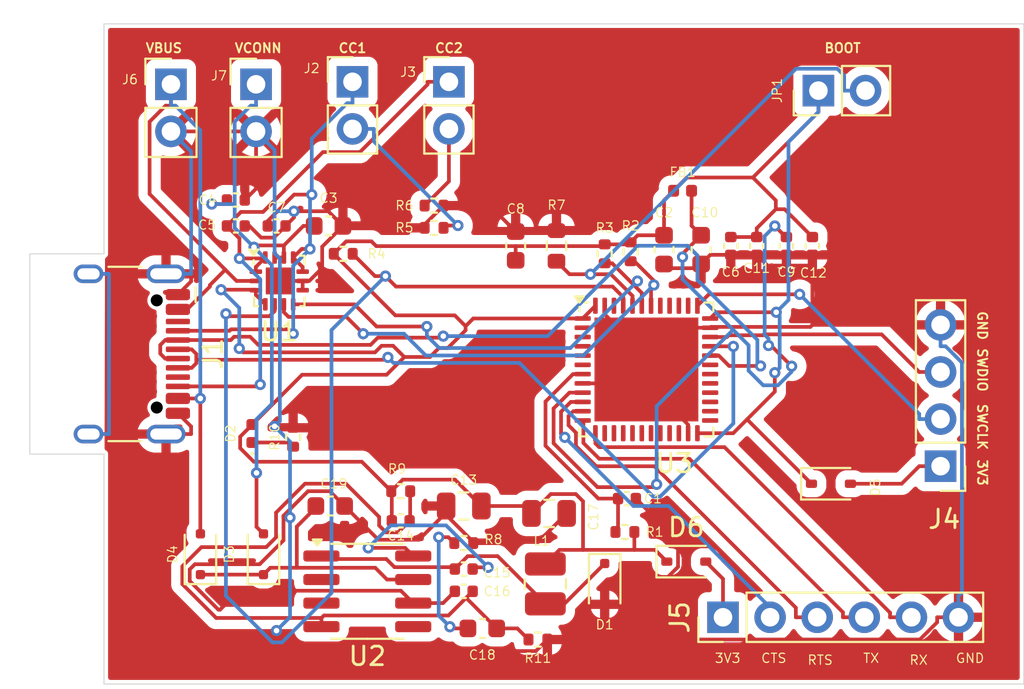
<source format=kicad_pcb>
(kicad_pcb (version 20241229) (generator "pcbnew") (generator_version "9.0")
  (layers (0 "F.Cu" signal) (2 "B.Cu" signal) (13 "F.Paste" user) (15 "B.Paste" user) (5 "F.SilkS" user "F.Silkscreen") (7 "B.SilkS" user "B.Silkscreen") (1 "F.Mask" user) (3 "B.Mask" user) (25 "Edge.Cuts" user))
  (net 0 "")
  (net 1 "GND")
  (net 2 "/VBUS")
  (net 3 "+3.3V")
  (net 4 "/NRST")
  (net 5 "Net-(U3-VDDA)")
  (net 6 "Net-(D1-K)")
  (net 7 "Net-(C18-Pad2)")
  (net 8 "Net-(D3-K)")
  (net 10 "Net-(J2-Pin_2)")
  (net 11 "Net-(J3-Pin_2)")
  (net 12 "/UART_RX")
  (net 13 "/UART_RTS")
  (net 14 "/UART_TX")
  (net 15 "/UART_CTS")
  (net 16 "/SWCLK")
  (net 17 "/SWDIO")
  (net 18 "/BOOT")
  (net 19 "/USB_DN")
  (net 20 "/USB_DP")
  (net 21 "/CC1")
  (net 22 "/CC2")
  (net 23 "/INT_N")
  (net 24 "/I2C_SDA")
  (net 25 "/I2C_SCL")
  (net 26 "/VCONN")
  (net 53 "Net-(D2-K)")
  (net 54 "Net-(D5-A)")
  (net 55 "Net-(U2-VSNS)")
  (net 56 "Net-(U2-PH)")
  (net 61 "Net-(D6-A)")
  (footprint "Connector_PinHeader_2.54mm:PinHeader_1x02_P2.54mm_Vertical" (layer "F.Cu") (at 117.8 77.26)
    (property "Reference" "J7")
    (property "Value" "VCONN_JP")
  )
  (footprint "Capacitor_SMD:C_0805_2012Metric" (layer "F.Cu") (at 129 100 180)
    (property "Reference" "C13")
    (property "Value" "47uF")
  )
  (footprint "Capacitor_SMD:C_0402_1005Metric" (layer "F.Cu") (at 125.6 100.8 180)
    (property "Reference" "C14")
    (property "Value" "1800pF")
  )
  (footprint "Resistor_SMD:R_0402_1005Metric" (layer "F.Cu") (at 127.4 85)
    (property "Reference" "R5")
    (property "Value" "5.1k")
  )
  (footprint "Resistor_SMD:R_0402_1005Metric" (layer "F.Cu") (at 129 102)
    (property "Reference" "R8")
    (property "Value" "549R")
  )
  (footprint "Capacitor_SMD:C_0603_1608Metric" (layer "F.Cu") (at 139.8 86.175 -90)
    (property "Reference" "C2")
    (property "Value" "4.7uF")
  )
  (footprint "Capacitor_SMD:C_0603_1608Metric" (layer "F.Cu") (at 131.8 85.975 90)
    (property "Reference" "C8")
    (property "Value" "4.7uF")
  )
  (footprint "Capacitor_SMD:C_0402_1005Metric" (layer "F.Cu") (at 146.4 85.975 -90)
    (property "Reference" "C9")
    (property "Value" "10nF")
  )
  (footprint "Capacitor_SMD:C_0805_2012Metric" (layer "F.Cu") (at 133.6 100.4)
    (property "Reference" "C17")
    (property "Value" "47uF")
  )
  (footprint "Package_DFN_QFN:QFN-48-1EP_7x7mm_P0.5mm_EP5.6x5.6mm" (layer "F.Cu") (at 138.85 92.6375)
    (property "Reference" "U3")
    (property "Value" "STM32F072CBUx")
  )
  (footprint "Resistor_SMD:R_0402_1005Metric" (layer "F.Cu") (at 125.6 99.2 180)
    (property "Reference" "R9")
    (property "Value" "10k")
  )
  (footprint "Inductor_SMD:L_1008_2520Metric" (layer "F.Cu") (at 133.4 104.2 90)
    (property "Reference" "L1")
    (property "Value" "18uH")
  )
  (footprint "Capacitor_SMD:C_0603_1608Metric" (layer "F.Cu") (at 121.71 84.8975)
    (property "Reference" "C3")
    (property "Value" "10uF")
  )
  (footprint "Diode_SMD:D_SOD-323" (layer "F.Cu") (at 148.8 98.8)
    (property "Reference" "D5")
    (property "Value" "1N5819WS")
  )
  (footprint "Connector_PinHeader_2.54mm:PinHeader_1x04_P2.54mm_Vertical" (layer "F.Cu") (at 154.7125 97.8525 180)
    (property "Reference" "J4")
    (property "Value" "Debug Port")
  )
  (footprint "Connector_PinHeader_2.54mm:PinHeader_1x02_P2.54mm_Vertical" (layer "F.Cu") (at 123 77.125)
    (property "Reference" "J2")
    (property "Value" "Dead_Battery_CC1")
  )
  (footprint "Resistor_SMD:R_0603_1608Metric" (layer "F.Cu") (at 134 85.975 -90)
    (property "Reference" "R7")
    (property "Value" "100k")
  )
  (footprint "Resistor_SMD:R_0402_1005Metric" (layer "F.Cu") (at 122.5 86.4 180)
    (property "Reference" "R4")
    (property "Value" "4.7k")
  )
  (footprint "Capacitor_SMD:C_0402_1005Metric" (layer "F.Cu") (at 129 103.4 180)
    (property "Reference" "C15")
    (property "Value" "0.01uF")
  )
  (footprint "Package_DFN_QFN:WQFN-14-1EP_2.5x2.5mm_P0.5mm_EP1.45x1.45mm" (layer "F.Cu") (at 119.05 87.8625)
    (property "Reference" "U1")
    (property "Value" "FUSB302BMPX")
  )
  (footprint "Resistor_SMD:R_0402_1005Metric" (layer "F.Cu") (at 133 107.2)
    (property "Reference" "R11")
    (property "Value" "5.9k")
  )
  (footprint "Resistor_SMD:R_0402_1005Metric" (layer "F.Cu") (at 137.69 101.4 180)
    (property "Reference" "R1")
    (property "Value" "10k")
  )
  (footprint "Inductor_SMD:L_0402_1005Metric" (layer "F.Cu") (at 140.8 83)
    (property "Reference" "FB1")
    (property "Value" "600R")
  )
  (footprint "Connector_PinHeader_2.54mm:PinHeader_1x02_P2.54mm_Vertical" (layer "F.Cu") (at 148.125 77.6 90)
    (property "Reference" "JP1")
    (property "Value" "Boot_Jumper")
  )
  (footprint "Capacitor_SMD:C_0402_1005Metric" (layer "F.Cu") (at 137.8 99.6)
    (property "Reference" "C1")
    (property "Value" "10nF")
  )
  (footprint "Capacitor_SMD:C_0402_1005Metric" (layer "F.Cu") (at 129 104.6 180)
    (property "Reference" "C16")
    (property "Value" "150pF")
  )
  (footprint "Capacitor_SMD:C_0603_1608Metric" (layer "F.Cu") (at 130 106.6 180)
    (property "Reference" "C18")
    (property "Value" "0.1uF")
  )
  (footprint "Package_SO:SOIC-8_3.9x4.9mm_P1.27mm" (layer "F.Cu") (at 123.8 104.6)
    (property "Reference" "U2")
    (property "Value" "TPS5420D")
  )
  (footprint "Resistor_SMD:R_0402_1005Metric" (layer "F.Cu") (at 136.6 86.4 -90)
    (property "Reference" "R3")
    (property "Value" "4.7k")
  )
  (footprint "Capacitor_SMD:C_0603_1608Metric" (layer "F.Cu") (at 121.8 100)
    (property "Reference" "C19")
    (property "Value" "4.7uF")
  )
  (footprint "Capacitor_SMD:C_0603_1608Metric" (layer "F.Cu") (at 141.8 86.175 -90)
    (property "Reference" "C10")
    (property "Value" "1uF")
  )
  (footprint "Diode_SMD:D_SOD-323F" (layer "F.Cu") (at 136.6 104.2 -90)
    (property "Reference" "D1")
    (property "Value" "BAT54J")
  )
  (footprint "LED_SMD:LED_0402_1005Metric" (layer "F.Cu") (at 117.6 96.09 90)
    (property "Reference" "D2")
    (property "Value" "PWR_LED")
  )
  (footprint "Capacitor_SMD:C_0402_1005Metric" (layer "F.Cu") (at 144.8 85.975 -90)
    (property "Reference" "C11")
    (property "Value" "100nF")
  )
  (footprint "Resistor_SMD:R_0402_1005Metric" (layer "F.Cu") (at 138 86.29 -90)
    (property "Reference" "R2")
    (property "Value" "4.7k")
  )
  (footprint "Connector_PinHeader_2.54mm:PinHeader_1x02_P2.54mm_Vertical" (layer "F.Cu") (at 128.2 77.125)
    (property "Reference" "J3")
    (property "Value" "Dead_Battery_CC2")
  )
  (footprint "Capacitor_SMD:C_0402_1005Metric" (layer "F.Cu") (at 116.71 83.4975)
    (property "Reference" "C4")
    (property "Value" "0.1uF")
  )
  (footprint "Diode_SMD:D_SOD-323F" (layer "F.Cu") (at 118.2 102.6 90)
    (property "Reference" "D3")
    (property "Value" "BAT54J")
  )
  (footprint "Resistor_SMD:R_0402_1005Metric" (layer "F.Cu") (at 119.8 96.29 90)
    (property "Reference" "R10")
    (property "Value" "1k")
  )
  (footprint "Capacitor_SMD:C_0402_1005Metric" (layer "F.Cu") (at 147.8 85.975 -90)
    (property "Reference" "C12")
    (property "Value" "100nF")
  )
  (footprint "Resistor_SMD:R_0402_1005Metric" (layer "F.Cu") (at 127.4 83.8)
    (property "Reference" "R6")
    (property "Value" "5.1k")
  )
  (footprint "Connector_PinHeader_2.54mm:PinHeader_1x02_P2.54mm_Vertical" (layer "F.Cu") (at 113.21 77.26)
    (property "Reference" "J6")
    (property "Value" "VBUS_JP")
  )
  (footprint "Diode_SMD:D_SOD-323F" (layer "F.Cu") (at 114.8 102.6 90)
    (property "Reference" "D4")
    (property "Value" "BAT54J")
  )
  (footprint "Capacitor_SMD:C_0402_1005Metric" (layer "F.Cu") (at 116.71 84.8975)
    (property "Reference" "C5")
    (property "Value" "200pF")
  )
  (footprint "Capacitor_SMD:C_0402_1005Metric" (layer "F.Cu") (at 143.4 85.975 -90)
    (property "Reference" "C6")
    (property "Value" "100nF")
  )
  (footprint "Connector_PinHeader_2.54mm:PinHeader_1x06_P2.54mm_Vertical" (layer "F.Cu") (at 142.98 106 90)
    (property "Reference" "J5")
    (property "Value" "UART_Port")
  )
  (footprint "Capacitor_SMD:C_0402_1005Metric" (layer "F.Cu") (at 118.91 84.8975)
    (property "Reference" "C7")
    (property "Value" "200pF")
  )
  (footprint "Connector_USB:USB_C_Receptacle_HCTL_HC-TYPE-C-16P-01A" (layer "F.Cu") (at 109.84 91.8 -90)
    (property "Reference" "J1")
    (property "Value" "USB_C_Receptacle_USB2.0_16P")
  )
  (footprint "Diode_SMD:D_SOD-323" (layer "F.Cu") (at 141 103)
    (property "Reference" "D6")
    (property "Value" "1N5819WS")
  )
  (gr_line (start 105.6 97.2) (end 109.6 97.2) (stroke (width 0.05)) (layer "Edge.Cuts"))
  (gr_line (start 159.2 74) (end 159.2 109.6) (stroke (width 0.05)) (layer "Edge.Cuts"))
  (gr_line (start 109.6 74) (end 159.2 74) (stroke (width 0.05)) (layer "Edge.Cuts"))
  (gr_line (start 109.6 86.4) (end 105.6 86.4) (stroke (width 0.05)) (layer "Edge.Cuts"))
  (gr_line (start 109.6 97.2) (end 109.6 109.6) (stroke (width 0.05)) (layer "Edge.Cuts"))
  (gr_line (start 109.6 109.6) (end 159.2 109.6) (stroke (width 0.05)) (layer "Edge.Cuts"))
  (gr_line (start 109.6 86.4) (end 109.6 74) (stroke (width 0.05)) (layer "Edge.Cuts"))
  (gr_line (start 105.6 86.4) (end 105.6 97.2) (stroke (width 0.05)) (layer "Edge.Cuts"))
  (gr_text "SWDIO" (at 156.6675 91.4425 270) (layer "F.SilkS") (effects (font (size 0.5 0.5) (thickness 0.1) (bold yes)) (justify left bottom)))
  (gr_text "BOOT" (at 148.4 75.6 0) (layer "F.SilkS") (effects (font (size 0.5 0.5) (thickness 0.1) (bold yes)) (justify left bottom)))
  (gr_text "CC1" (at 122.2 75.6 0) (layer "F.SilkS") (effects (font (size 0.5 0.5) (thickness 0.1) (bold yes)) (justify left bottom)))
  (gr_text "VBUS" (at 111.8 75.6 0) (layer "F.SilkS") (effects (font (size 0.5 0.5) (thickness 0.1) (bold yes)) (justify left bottom)))
  (gr_text "GND" (at 155.5 108.5 0) (layer "F.SilkS") (effects (font (size 0.5 0.5) (thickness 0.0625)) (justify left bottom)))
  (gr_text "TX" (at 150.5 108.5 0) (layer "F.SilkS") (effects (font (size 0.5 0.5) (thickness 0.0625)) (justify left bottom)))
  (gr_text "3V3" (at 142.5 108.5 0) (layer "F.SilkS") (effects (font (size 0.5 0.5) (thickness 0.0625)) (justify left bottom)))
  (gr_text "GND" (at 156.6675 89.4425 270) (layer "F.SilkS") (effects (font (size 0.5 0.5) (thickness 0.1) (bold yes)) (justify left bottom)))
  (gr_text "VCONN" (at 116.6 75.6 0) (layer "F.SilkS") (effects (font (size 0.5 0.5) (thickness 0.1) (bold yes)) (justify left bottom)))
  (gr_text "SWCLK" (at 156.6675 94.4425 270) (layer "F.SilkS") (effects (font (size 0.5 0.5) (thickness 0.1) (bold yes)) (justify left bottom)))
  (gr_text "3V3" (at 156.6675 97.4425 270) (layer "F.SilkS") (effects (font (size 0.5 0.5) (thickness 0.1) (bold yes)) (justify left bottom)))
  (gr_text "RX" (at 153 108.6 0) (layer "F.SilkS") (effects (font (size 0.5 0.5) (thickness 0.0625)) (justify left bottom)))
  (gr_text "CTS" (at 145 108.5 0) (layer "F.SilkS") (effects (font (size 0.5 0.5) (thickness 0.0625)) (justify left bottom)))
  (gr_text "CC2" (at 127.4 75.6 0) (layer "F.SilkS") (effects (font (size 0.5 0.5) (thickness 0.1) (bold yes)) (justify left bottom)))
  (gr_text "RTS" (at 147.5 108.6 0) (layer "F.SilkS") (effects (font (size 0.5 0.5) (thickness 0.0625)) (justify left bottom)))
  (segment (start 121.775 99.2) (end 122.575 100) (width 0.2) (layer "F.Cu") (net 1))
  (segment (start 117.4425 84.8975) (end 117.19 84.8975) (width 0.2) (layer "F.Cu") (net 1))
  (segment (start 134.55 100.4) (end 133.0082 101.9418) (width 0.2) (layer "F.Cu") (net 1))
  (segment (start 128.05 100.4818) (end 128.05 100) (width 0.2) (layer "F.Cu") (net 1))
  (segment (start 136.6 107.2) (end 136.6 105.3) (width 0.2) (layer "F.Cu") (net 1))
  (segment (start 108.765 87.48) (end 112.945 87.48) (width 0.2) (layer "F.Cu") (net 1))
  (segment (start 120.6676 87.8625) (end 120.3125 87.8625) (width 0.2) (layer "F.Cu") (net 1))
  (segment (start 114.5018 103.1388) (end 117.9941 103.1388) (width 0.2) (layer "F.Cu") (net 1))
  (segment (start 136.6 89.2) (end 136.6 89.6612) (width 0.2) (layer "F.Cu") (net 1))
  (segment (start 144.8 86.455) (end 146.4 86.455) (width 0.2) (layer "F.Cu") (net 1))
  (segment (start 115.774 105.5941) (end 114.2234 104.0435) (width 0.2) (layer "F.Cu") (net 1))
  (segment (start 136.6 105.3) (end 138.5365 105.3) (width 0.2) (layer "F.Cu") (net 1))
  (segment (start 131.8 85.2) (end 133.95 85.2) (width 0.2) (layer "F.Cu") (net 1))
  (segment (start 138.8737 93.3875) (end 138.85 93.3875) (width 0.2) (layer "F.Cu") (net 1))
  (segment (start 141.1 96.075) (end 141.1 95.6138) (width 0.2) (layer "F.Cu") (net 1))
  (segment (start 147.5998 87.0357) (end 147.7587 86.8768) (width 0.2) (layer "F.Cu") (net 1))
  (segment (start 128.05 100.4818) (end 127.9202 100.4818) (width 0.2) (layer "F.Cu") (net 1))
  (segment (start 114.2234 103.4172) (end 114.5018 103.1388) (width 0.2) (layer "F.Cu") (net 1))
  (segment (start 147.6902 90.3423) (end 142.3327 90.3423) (width 0.2) (layer "F.Cu") (net 1))
  (segment (start 119.39 84.8975) (end 119.842 84.4455) (width 0.2) (layer "F.Cu") (net 1))
  (segment (start 119.2795 100.6224) (end 119.2795 100.5244) (width 0.2) (layer "F.Cu") (net 1))
  (segment (start 154.7125 90.2325) (end 154.1367 90.2325) (width 0.2) (layer "F.Cu") (net 1))
  (segment (start 118.7598 85.5277) (end 118.0727 85.5277) (width 0.2) (layer "F.Cu") (net 1))
  (segment (start 127.9202 100.4818) (end 126.5824 101.8196) (width 0.2) (layer "F.Cu") (net 1))
  (segment (start 126.8125 84.8975) (end 127.91 83.8) (width 0.2) (layer "F.Cu") (net 1))
  (segment (start 108.765 96.12) (end 112.945 96.12) (width 0.2) (layer "F.Cu") (net 1))
  (segment (start 124.3946 101.8196) (end 122.575 100) (width 0.2) (layer "F.Cu") (net 1))
  (segment (start 153.5968 107.2) (end 154.5283 106.2685) (width 0.2) (layer "F.Cu") (net 1))
  (segment (start 144.8 86.455) (end 143.4 86.455) (width 0.2) (layer "F.Cu") (net 1))
  (segment (start 119.8 95.78) (end 118.8769 95.78) (width 0.2) (layer "F.Cu") (net 1))
  (segment (start 119.2795 101.8534) (end 119.2795 100.6224) (width 0.2) (layer "F.Cu") (net 1))
  (segment (start 133.0082 101.9418) (end 129.51 101.9418) (width 0.2) (layer "F.Cu") (net 1))
  (segment (start 121.6911 84.1036) (end 119.842 84.1036) (width 0.2) (layer "F.Cu") (net 1))
  (segment (start 126.6165 84.8975) (end 126.8125 84.8975) (width 0.2) (layer "F.Cu") (net 1))
  (segment (start 122.485 84.8975) (end 121.3649 86.0176) (width 0.2) (layer "F.Cu") (net 1))
  (segment (start 126.6165 84.8975) (end 122.485 84.8975) (width 0.2) (layer "F.Cu") (net 1))
  (segment (start 117.8 82.8875) (end 117.8 79.8) (width 0.2) (layer "F.Cu") (net 1))
  (segment (start 140.5544 103.2821) (end 140.5544 101.8744) (width 0.2) (layer "F.Cu") (net 1))
  (segment (start 145.3807 87.0357) (end 147.5998 87.0357) (width 0.2) (layer "F.Cu") (net 1))
  (segment (start 120.3125 88.3625) (end 120.3125 87.8625) (width 0.2) (layer "F.Cu") (net 1))
  (segment (start 114.2967 87.48) (end 114.2967 87.8883) (width 0.2) (layer "F.Cu") (net 1))
  (segment (start 142.3327 90.3423) (end 142.2875 90.3875) (width 0.2) (layer "F.Cu") (net 1))
  (segment (start 154.5283 106.2685) (end 154.5283 106) (width 0.2) (layer "F.Cu") (net 1))
  (segment (start 132.8878 107.8222) (end 133.51 107.2) (width 0.2) (layer "F.Cu") (net 1))
  (segment (start 147.8 86.918) (end 147.8 90.2325) (width 0.2) (layer "F.Cu") (net 1))
  (segment (start 127.885 105.235) (end 126.275 105.235) (width 0.2) (layer "F.Cu") (net 1))
  (segment (start 119.2795 100.5244) (end 120.6039 99.2) (width 0.2) (layer "F.Cu") (net 1))
  (segment (start 130.4 83.8) (end 131.8 85.2) (width 0.2) (layer "F.Cu") (net 1))
  (segment (start 116.8834 104.5673) (end 115.8566 105.5941) (width 0.2) (layer "F.Cu") (net 1))
  (segment (start 115.8566 105.5941) (end 115.774 105.5941) (width 0.2) (layer "F.Cu") (net 1))
  (segment (start 127.91 83.8) (end 130.4 83.8) (width 0.2) (layer "F.Cu") (net 1))
  (segment (start 143.4 86.455) (end 142.295 86.455) (width 0.2) (layer "F.Cu") (net 1))
  (segment (start 119.39 84.8975) (end 118.7598 85.5277) (width 0.2) (layer "F.Cu") (net 1))
  (segment (start 119.05 87.8625) (end 120.3125 87.8625) (width 0.2) (layer "F.Cu") (net 1))
  (segment (start 140.5544 101.8744) (end 138.28 99.6) (width 0.2) (layer "F.Cu") (net 1))
  (segment (start 146.4 86.455) (end 147.8 86.455) (width 0.2) (layer "F.Cu") (net 1))
  (segment (start 120.0077 107.8222) (end 132.8878 107.8222) (width 0.2) (layer "F.Cu") (net 1))
  (segment (start 138.85 90.3875) (end 138.85 92.6375) (width 0.2) (layer "F.Cu") (net 1))
  (segment (start 147.8 90.2325) (end 147.6902 90.3423) (width 0.2) (layer "F.Cu") (net 1))
  (segment (start 126.275 105.235) (end 125.6073 104.5673) (width 0.2) (layer "F.Cu") (net 1))
  (segment (start 147.7587 86.8768) (end 147.7588 86.8768) (width 0.2) (layer "F.Cu") (net 1))
  (segment (start 118.9025 106.717) (end 120.0077 107.8222) (width 0.2) (layer "F.Cu") (net 1))
  (segment (start 113.21 79.8) (end 117.8 79.8) (width 0.2) (layer "F.Cu") (net 1))
  (segment (start 119.2795 100.6224) (end 119.6322 100.6224) (width 0.2) (layer "F.Cu") (net 1))
  (segment (start 137.3263 90.3875) (end 138.85 90.3875) (width 0.2) (layer "F.Cu") (net 1))
  (segment (start 121.3649 87.1652) (end 120.6676 87.8625) (width 0.2) (layer "F.Cu") (net 1))
  (segment (start 126.7875 84.8975) (end 126.89 85) (width 0.2) (layer "F.Cu") (net 1))
  (segment (start 121.3649 86.0176) (end 121.3649 87.1652) (width 0.2) (layer "F.Cu") (net 1))
  (segment (start 117.19 83.4975) (end 117.8 82.8875) (width 0.2) (layer "F.Cu") (net 1))
  (segment (start 133.51 107.2) (end 136.6 107.2) (width 0.2) (layer "F.Cu") (net 1))
  (segment (start 140.0261 87.1761) (end 141.5739 87.1761) (width 0.2) (layer "F.Cu") (net 1))
  (segment (start 136.6 89.6612) (end 137.3263 90.3875) (width 0.2) (layer "F.Cu") (net 1))
  (segment (start 126.6165 84.8975) (end 126.7875 84.8975) (width 0.2) (layer "F.Cu") (net 1))
  (segment (start 138.85 93.3875) (end 135.4125 93.3875) (width 0.2) (layer "F.Cu") (net 1))
  (segment (start 118.8769 95.78) (end 118.7998 95.7029) (width 0.2) (layer "F.Cu") (net 1))
  (segment (start 144.8 86.455) (end 145.3807 87.0357) (width 0.2) (layer "F.Cu") (net 1))
  (segment (start 112.945 87.48) (end 114.2967 87.48) (width 0.2) (layer "F.Cu") (net 1))
  (segment (start 118.0727 85.5277) (end 117.4425 84.8975) (width 0.2) (layer "F.Cu") (net 1))
  (segment (start 117.9941 103.1388) (end 119.2795 101.8534) (width 0.2) (layer "F.Cu") (net 1))
  (segment (start 133.95 85.2) (end 134 85.15) (width 0.2) (layer "F.Cu") (net 1))
  (segment (start 138.85 93.3875) (end 138.85 92.6375) (width 0.2) (layer "F.Cu") (net 1))
  (segment (start 114.2234 104.0435) (end 114.2234 103.4172) (width 0.2) (layer "F.Cu") (net 1))
  (segment (start 113.585 95) (end 114.2967 95.7117) (width 0.2) (layer "F.Cu") (net 1))
  (segment (start 141.1 95.6138) (end 138.8737 93.3875) (width 0.2) (layer "F.Cu") (net 1))
  (segment (start 142.295 86.455) (end 141.8 86.95) (width 0.2) (layer "F.Cu") (net 1))
  (segment (start 139.8 86.95) (end 140.0261 87.1761) (width 0.2) (layer "F.Cu") (net 1))
  (segment (start 112.945 96.12) (end 114.2967 96.12) (width 0.2) (layer "F.Cu") (net 1))
  (segment (start 126.5824 101.8196) (end 124.3946 101.8196) (width 0.2) (layer "F.Cu") (net 1))
  (segment (start 136.6 107.2) (end 153.5968 107.2) (width 0.2) (layer "F.Cu") (net 1))
  (segment (start 120.6039 99.2) (end 121.775 99.2) (width 0.2) (layer "F.Cu") (net 1))
  (segment (start 141.5739 87.1761) (end 141.8 86.95) (width 0.2) (layer "F.Cu") (net 1))
  (segment (start 138.85 90.3875) (end 142.2875 90.3875) (width 0.2) (layer "F.Cu") (net 1))
  (segment (start 119.842 84.4455) (end 119.842 84.1036) (width 0.2) (layer "F.Cu") (net 1))
  (segment (start 122.485 84.8975) (end 121.6911 84.1036) (width 0.2) (layer "F.Cu") (net 1))
  (segment (start 129.51 101.9418) (end 128.05 100.4818) (width 0.2) (layer "F.Cu") (net 1))
  (segment (start 129.51 102) (end 129.51 101.9418) (width 0.2) (layer "F.Cu") (net 1))
  (segment (start 114.2967 95.7117) (end 114.2967 96.12) (width 0.2) (layer "F.Cu") (net 1))
  (segment (start 114.2967 87.8883) (end 113.585 88.6) (width 0.2) (layer "F.Cu") (net 1))
  (segment (start 138.5365 105.3) (end 140.5544 103.2821) (width 0.2) (layer "F.Cu") (net 1))
  (segment (start 155.68 106) (end 154.5283 106) (width 0.2) (layer "F.Cu") (net 1))
  (segment (start 154.1367 90.2325) (end 147.8 90.2325) (width 0.2) (layer "F.Cu") (net 1))
  (segment (start 147.7588 86.8768) (end 147.8 86.918) (width 0.2) (layer "F.Cu") (net 1))
  (segment (start 125.6073 104.5673) (end 116.8834 104.5673) (width 0.2) (layer "F.Cu") (net 1))
  (segment (start 128.52 104.6) (end 127.885 105.235) (width 0.2) (layer "F.Cu") (net 1))
  (via (at 119.842 84.1036) (size 0.6) (drill 0.3) (layers "F.Cu" "B.Cu") (net 1))
  (via (at 119.6322 100.6224) (size 0.6) (drill 0.3) (layers "F.Cu" "B.Cu") (net 1))
  (via (at 118.9025 106.717) (size 0.6) (drill 0.3) (layers "F.Cu" "B.Cu") (net 1))
  (via (at 118.7998 95.7029) (size 0.6) (drill 0.3) (layers "F.Cu" "B.Cu") (net 1))
  (segment (start 114.2967 80.8867) (end 114.2967 87.48) (width 0.2) (layer "B.Cu") (net 1))
  (segment (start 119.0838 86.6557) (end 118.9661 86.538) (width 0.2) (layer "B.Cu") (net 1))
  (segment (start 155.8642 92.2674) (end 154.981 91.3842) (width 0.2) (layer "B.Cu") (net 1))
  (segment (start 154.7125 90.2325) (end 154.7125 91.3842) (width 0.2) (layer "B.Cu") (net 1))
  (segment (start 119.6322 96.5353) (end 119.6322 100.6224) (width 0.2) (layer "B.Cu") (net 1))
  (segment (start 112.945 87.48) (end 114.2967 87.48) (width 0.2) (layer "B.Cu") (net 1))
  (segment (start 118.9661 86.538) (end 118.7998 86.3717) (width 0.2) (layer "B.Cu") (net 1))
  (segment (start 108.765 96.12) (end 109.8667 96.12) (width 0.2) (layer "B.Cu") (net 1))
  (segment (start 109.8667 96.12) (end 109.8667 87.48) (width 0.2) (layer "B.Cu") (net 1))
  (segment (start 155.8642 104.6641) (end 155.8642 92.2674) (width 0.2) (layer "B.Cu") (net 1))
  (segment (start 119.6322 100.6224) (end 119.6322 105.9873) (width 0.2) (layer "B.Cu") (net 1))
  (segment (start 155.68 104.8483) (end 155.8642 104.6641) (width 0.2) (layer "B.Cu") (net 1))
  (segment (start 154.981 91.3842) (end 154.7125 91.3842) (width 0.2) (layer "B.Cu") (net 1))
  (segment (start 118.7998 80.7998) (end 117.8 79.8) (width 0.2) (layer "B.Cu") (net 1))
  (segment (start 155.68 106) (end 155.68 104.8483) (width 0.2) (layer "B.Cu") (net 1))
  (segment (start 108.765 87.48) (end 109.8667 87.48) (width 0.2) (layer "B.Cu") (net 1))
  (segment (start 118.7998 84.1036) (end 118.7998 80.7998) (width 0.2) (layer "B.Cu") (net 1))
  (segment (start 113.21 79.8) (end 114.2967 80.8867) (width 0.2) (layer "B.Cu") (net 1))
  (segment (start 118.7998 95.7029) (end 119.0838 95.4189) (width 0.2) (layer "B.Cu") (net 1))
  (segment (start 118.7998 84.1036) (end 119.842 84.1036) (width 0.2) (layer "B.Cu") (net 1))
  (segment (start 118.7998 95.7029) (end 119.6322 96.5353) (width 0.2) (layer "B.Cu") (net 1))
  (segment (start 118.7998 86.3717) (end 118.7998 84.1036) (width 0.2) (layer "B.Cu") (net 1))
  (segment (start 118.9661 86.538) (end 118.7998 86.3717) (width 0.2) (layer "B.Cu") (net 1))
  (segment (start 119.0838 95.4189) (end 119.0838 86.6557) (width 0.2) (layer "B.Cu") (net 1))
  (segment (start 119.6322 105.9873) (end 118.9025 106.717) (width 0.2) (layer "B.Cu") (net 1))
  (segment (start 115.3109 88.1665) (end 114.0774 89.4) (width 0.2) (layer "F.Cu") (net 2))
  (segment (start 115.3109 88.0872) (end 115.3109 88.1665) (width 0.2) (layer "F.Cu") (net 2))
  (segment (start 114.7941 101.4941) (end 114.8 101.5) (width 0.2) (layer "F.Cu") (net 2))
  (segment (start 117.7875 87.8625) (end 116.7466 87.8625) (width 0.2) (layer "F.Cu") (net 2))
  (segment (start 112.0583 79.2754) (end 112.922 78.4117) (width 0.2) (layer "F.Cu") (net 2))
  (segment (start 116.7466 87.8625) (end 116.1411 87.257) (width 0.2) (layer "F.Cu") (net 2))
  (segment (start 114.0774 89.4) (end 113.585 89.4) (width 0.2) (layer "F.Cu") (net 2))
  (segment (start 113.21 77.26) (end 113.21 78.4117) (width 0.2) (layer "F.Cu") (net 2))
  (segment (start 116.1411 87.257) (end 115.3109 88.0872) (width 0.2) (layer "F.Cu") (net 2))
  (segment (start 114.7941 94.2) (end 114.7941 101.4941) (width 0.2) (layer "F.Cu") (net 2))
  (segment (start 116.1411 87.257) (end 112.0583 83.1742) (width 0.2) (layer "F.Cu") (net 2))
  (segment (start 114.7941 94.2) (end 113.585 94.2) (width 0.2) (layer "F.Cu") (net 2))
  (segment (start 112.0583 83.1742) (end 112.0583 79.2754) (width 0.2) (layer "F.Cu") (net 2))
  (segment (start 112.922 78.4117) (end 113.21 78.4117) (width 0.2) (layer "F.Cu") (net 2))
  (via (at 114.7941 94.2) (size 0.6) (drill 0.3) (layers "F.Cu" "B.Cu") (net 2))
  (segment (start 113.4606 78.4117) (end 114.7941 79.7452) (width 0.2) (layer "B.Cu") (net 2))
  (segment (start 114.7941 79.7452) (end 114.7941 94.2) (width 0.2) (layer "B.Cu") (net 2))
  (segment (start 113.21 77.26) (end 113.21 78.4117) (width 0.2) (layer "B.Cu") (net 2))
  (segment (start 113.21 78.4117) (end 113.4606 78.4117) (width 0.2) (layer "B.Cu") (net 2))
  (segment (start 120.2828 92.9222) (end 124.8387 92.9222) (width 0.2) (layer "F.Cu") (net 3))
  (segment (start 136.1 89.2) (end 135.4125 89.8875) (width 0.2) (layer "F.Cu") (net 3))
  (segment (start 144.5908 82.2858) (end 141.0292 82.2858) (width 0.2) (layer "F.Cu") (net 3))
  (segment (start 138.2 102.3654) (end 139.3154 102.3654) (width 0.2) (layer "F.Cu") (net 3))
  (segment (start 144.5909 82.2858) (end 144.5908 82.2858) (width 0.2) (layer "F.Cu") (net 3))
  (segment (start 123.5037 97.6137) (end 117.6781 97.6137) (width 0.2) (layer "F.Cu") (net 3))
  (segment (start 137.89 85.89) (end 138 85.78) (width 0.2) (layer "F.Cu") (net 3))
  (segment (start 145.828 83.995) (end 144.8 85.023) (width 0.2) (layer "F.Cu") (net 3))
  (segment (start 117.1038 91.7133) (end 116.8951 91.5046) (width 0.2) (layer "F.Cu") (net 3))
  (segment (start 124.2142 91.7133) (end 117.1038 91.7133) (width 0.2) (layer "F.Cu") (net 3))
  (segment (start 135.4311 99.7429) (end 135.044 99.3558) (width 0.2) (layer "F.Cu") (net 3))
  (segment (start 145.828 83.995) (end 145.828 83.523) (width 0.2) (layer "F.Cu") (net 3))
  (segment (start 127.6588 91.4828) (end 128.1394 91.4828) (width 0.2) (layer "F.Cu") (net 3))
  (segment (start 139.3154 102.3654) (end 139.95 103) (width 0.2) (layer "F.Cu") (net 3))
  (segment (start 129.0982 90.524) (end 129.0982 90.3026) (width 0.2) (layer "F.Cu") (net 3))
  (segment (start 128.5278 98.5778) (end 125.7122 98.5778) (width 0.2) (layer "F.Cu") (net 3))
  (segment (start 147.8 85.495) (end 146.3 83.995) (width 0.2) (layer "F.Cu") (net 3))
  (segment (start 139.8 85.4) (end 138.38 85.4) (width 0.2) (layer "F.Cu") (net 3))
  (segment (start 127.1786 91.963) (end 127.6588 91.4828) (width 0.2) (layer "F.Cu") (net 3))
  (segment (start 125.7951 91.9658) (end 125.7979 91.963) (width 0.2) (layer "F.Cu") (net 3))
  (segment (start 115.9126 88.3363) (end 117.7613 88.3363) (width 0.2) (layer "F.Cu") (net 3))
  (segment (start 142.2875 89.8875) (end 142.6232 89.5518) (width 0.2) (layer "F.Cu") (net 3))
  (segment (start 146.3 83.995) (end 145.828 83.995) (width 0.2) (layer "F.Cu") (net 3))
  (segment (start 129.95 100) (end 128.5278 98.5778) (width 0.2) (layer "F.Cu") (net 3))
  (segment (start 144.8 85.023) (end 144.8 85.495) (width 0.2) (layer "F.Cu") (net 3))
  (segment (start 143.5298 96.075) (end 141.6 96.075) (width 0.2) (layer "F.Cu") (net 3))
  (segment (start 125.1882 91.359) (end 124.5685 91.359) (width 0.2) (layer "F.Cu") (net 3))
  (segment (start 135.4311 102.3654) (end 135.4311 99.7429) (width 0.2) (layer "F.Cu") (net 3))
  (segment (start 124.2789 85.9853) (end 124.02 85.7264) (width 0.2) (layer "F.Cu") (net 3))
  (segment (start 124.5685 91.359) (end 124.2142 91.7133) (width 0.2) (layer "F.Cu") (net 3))
  (segment (start 131.8 85.9853) (end 124.2789 85.9853) (width 0.2) (layer "F.Cu") (net 3))
  (segment (start 116.9424 96.878) (end 116.9424 96.2626) (width 0.2) (layer "F.Cu") (net 3))
  (segment (start 138.2 101.4) (end 138.2 102.3654) (width 0.2) (layer "F.Cu") (net 3))
  (segment (start 145.7737 92.8115) (end 145.7737 93.8311) (width 0.2) (layer "F.Cu") (net 3))
  (segment (start 125.09 99.2) (end 123.5037 97.6137) (width 0.2) (layer "F.Cu") (net 3))
  (segment (start 139.8 83.515) (end 139.8 85.4) (width 0.2) (layer "F.Cu") (net 3))
  (segment (start 141.0292 82.2858) (end 140.315 83) (width 0.2) (layer "F.Cu") (net 3))
  (segment (start 117.6781 97.6137) (end 116.9424 96.878) (width 0.2) (layer "F.Cu") (net 3))
  (segment (start 142.6232 89.5518) (end 145.8503 89.5518) (width 0.2) (layer "F.Cu") (net 3))
  (segment (start 134.1596 102.3654) (end 135.4311 102.3654) (width 0.2) (layer "F.Cu") (net 3))
  (segment (start 136.5047 85.9853) (end 131.8 85.9853) (width 0.2) (layer "F.Cu") (net 3))
  (segment (start 125.3085 89.7185) (end 121.99 86.4) (width 0.2) (layer "F.Cu") (net 3))
  (segment (start 133.6942 99.3558) (end 132.65 100.4) (width 0.2) (layer "F.Cu") (net 3))
  (segment (start 129.0982 90.3026) (end 128.5141 89.7185) (width 0.2) (layer "F.Cu") (net 3))
  (segment (start 124.02 85.7264) (end 122.6636 85.7264) (width 0.2) (layer "F.Cu") (net 3))
  (segment (start 117.7875 88.6125) (end 118.3 89.125) (width 0.2) (layer "F.Cu") (net 3))
  (segment (start 124.8387 92.9222) (end 125.7951 91.9658) (width 0.2) (layer "F.Cu") (net 3))
  (segment (start 144.2774 95.3274) (end 143.5298 96.075) (width 0.2) (layer "F.Cu") (net 3))
  (segment (start 122.6636 85.7264) (end 121.99 86.4) (width 0.2) (layer "F.Cu") (net 3))
  (segment (start 125.7951 91.9658) (end 125.1882 91.359) (width 0.2) (layer "F.Cu") (net 3))
  (segment (start 128.5141 89.7185) (end 125.3085 89.7185) (width 0.2) (layer "F.Cu") (net 3))
  (segment (start 125.12 99.23) (end 125.09 99.2) (width 0.2) (layer "F.Cu") (net 3))
  (segment (start 125.7979 91.963) (end 127.1786 91.963) (width 0.2) (layer "F.Cu") (net 3))
  (segment (start 125.12 100.8) (end 125.12 99.23) (width 0.2) (layer "F.Cu") (net 3))
  (segment (start 125.7122 98.5778) (end 125.09 99.2) (width 0.2) (layer "F.Cu") (net 3))
  (segment (start 136.6 85.89) (end 137.89 85.89) (width 0.2) (layer "F.Cu") (net 3))
  (segment (start 144.8 85.495) (end 143.4 85.495) (width 0.2) (layer "F.Cu") (net 3))
  (segment (start 133.4 103.125) (end 134.1596 102.3654) (width 0.2) (layer "F.Cu") (net 3))
  (segment (start 129.0982 90.3026) (end 129.5133 89.8875) (width 0.2) (layer "F.Cu") (net 3))
  (segment (start 132.65 100.4) (end 132.25 100) (width 0.2) (layer "F.Cu") (net 3))
  (segment (start 135.044 99.3558) (end 133.6942 99.3558) (width 0.2) (layer "F.Cu") (net 3))
  (segment (start 148.125 77.6) (end 148.125 78.7517) (width 0.2) (layer "F.Cu") (net 3))
  (segment (start 148.125 78.7517) (end 144.5909 82.2858) (width 0.2) (layer "F.Cu") (net 3))
  (segment (start 136.6 85.89) (end 136.5047 85.9853) (width 0.2) (layer "F.Cu") (net 3))
  (segment (start 117.6 95.605) (end 120.2828 92.9222) (width 0.2) (layer "F.Cu") (net 3))
  (segment (start 147.75 98.8) (end 144.2774 95.3274) (width 0.2) (layer "F.Cu") (net 3))
  (segment (start 131.8 86.75) (end 131.8 85.9853) (width 0.2) (layer "F.Cu") (net 3))
  (segment (start 140.315 83) (end 139.8 83.515) (width 0.2) (layer "F.Cu") (net 3))
  (segment (start 138.38 85.4) (end 138 85.78) (width 0.2) (layer "F.Cu") (net 3))
  (segment (start 117.7875 88.3625) (end 117.7875 88.6125) (width 0.2) (layer "F.Cu") (net 3))
  (segment (start 145.7737 93.8311) (end 144.2774 95.3274) (width 0.2) (layer "F.Cu") (net 3))
  (segment (start 135.4311 102.3654) (end 138.2 102.3654) (width 0.2) (layer "F.Cu") (net 3))
  (segment (start 128.1394 91.4828) (end 129.0982 90.524) (width 0.2) (layer "F.Cu") (net 3))
  (segment (start 129.5133 89.8875) (end 135.4125 89.8875) (width 0.2) (layer "F.Cu") (net 3))
  (segment (start 117.7613 88.3363) (end 117.7875 88.3625) (width 0.2) (layer "F.Cu") (net 3))
  (segment (start 145.828 83.523) (end 144.5909 82.2858) (width 0.2) (layer "F.Cu") (net 3))
  (segment (start 132.25 100) (end 129.95 100) (width 0.2) (layer "F.Cu") (net 3))
  (segment (start 116.9424 96.2626) (end 117.6 95.605) (width 0.2) (layer "F.Cu") (net 3))
  (via (at 115.9126 88.3363) (size 0.6) (drill 0.3) (layers "F.Cu" "B.Cu") (net 3))
  (via (at 145.7737 92.8115) (size 0.6) (drill 0.3) (layers "F.Cu" "B.Cu") (net 3))
  (via (at 116.8951 91.5046) (size 0.6) (drill 0.3) (layers "F.Cu" "B.Cu") (net 3))
  (via (at 145.8503 89.5518) (size 0.6) (drill 0.3) (layers "F.Cu" "B.Cu") (net 3))
  (segment (start 148.125 77.6) (end 148.125 78.7517) (width 0.2) (layer "B.Cu") (net 3))
  (segment (start 145.8503 89.5518) (end 146.0363 89.7378) (width 0.2) (layer "B.Cu") (net 3))
  (segment (start 146.5114 80.3653) (end 146.5114 88.8907) (width 0.2) (layer "B.Cu") (net 3))
  (segment (start 116.8951 89.3188) (end 116.8951 91.5046) (width 0.2) (layer "B.Cu") (net 3))
  (segment (start 146.0363 92.5489) (end 145.7737 92.8115) (width 0.2) (layer "B.Cu") (net 3))
  (segment (start 148.125 78.7517) (end 146.5114 80.3653) (width 0.2) (layer "B.Cu") (net 3))
  (segment (start 115.9126 88.3363) (end 116.8951 89.3188) (width 0.2) (layer "B.Cu") (net 3))
  (segment (start 146.0363 89.7378) (end 146.0363 92.5489) (width 0.2) (layer "B.Cu") (net 3))
  (segment (start 146.5114 88.8907) (end 145.8503 89.5518) (width 0.2) (layer "B.Cu") (net 3))
  (segment (start 133.4091 94.3682) (end 133.4091 96.7505) (width 0.2) (layer "F.Cu") (net 4))
  (segment (start 133.4091 96.7505) (end 136.2586 99.6) (width 0.2) (layer "F.Cu") (net 4))
  (segment (start 135.4125 92.8875) (end 134.8898 92.8875) (width 0.2) (layer "F.Cu") (net 4))
  (segment (start 134.8898 92.8875) (end 133.4091 94.3682) (width 0.2) (layer "F.Cu") (net 4))
  (segment (start 136.2586 99.6) (end 137.32 99.6) (width 0.2) (layer "F.Cu") (net 4))
  (segment (start 137.32 101.26) (end 137.32 99.6) (width 0.2) (layer "F.Cu") (net 4))
  (segment (start 137.18 101.4) (end 137.32 101.26) (width 0.2) (layer "F.Cu") (net 4))
  (segment (start 136.2087 98.9821) (end 139.2493 98.9821) (width 0.2) (layer "F.Cu") (net 5))
  (segment (start 145.5659 91.3457) (end 145.4346 91.3457) (width 0.2) (layer "F.Cu") (net 5))
  (segment (start 133.845 94.7395) (end 133.845 96.6184) (width 0.2) (layer "F.Cu") (net 5))
  (segment (start 141.8 85.4) (end 140.7982 86.4018) (width 0.2) (layer "F.Cu") (net 5))
  (segment (start 135.4125 93.8875) (end 134.697 93.8875) (width 0.2) (layer "F.Cu") (net 5))
  (segment (start 139.2493 98.9821) (end 139.4016 98.8298) (width 0.2) (layer "F.Cu") (net 5))
  (segment (start 141.285 83) (end 141.285 84.885) (width 0.2) (layer "F.Cu") (net 5))
  (segment (start 133.845 96.6184) (end 136.2087 98.9821) (width 0.2) (layer "F.Cu") (net 5))
  (segment (start 141.285 84.885) (end 141.8 85.4) (width 0.2) (layer "F.Cu") (net 5))
  (segment (start 146.37 85.495) (end 146.4 85.495) (width 0.2) (layer "F.Cu") (net 5))
  (segment (start 140.7982 86.4018) (end 140.7982 86.5744) (width 0.2) (layer "F.Cu") (net 5))
  (segment (start 145.7744 84.8994) (end 146.37 85.495) (width 0.2) (layer "F.Cu") (net 5))
  (segment (start 134.697 93.8875) (end 133.845 94.7395) (width 0.2) (layer "F.Cu") (net 5))
  (segment (start 146.6815 92.4613) (end 145.5659 91.3457) (width 0.2) (layer "F.Cu") (net 5))
  (via (at 145.4346 91.3457) (size 0.6) (drill 0.3) (layers "F.Cu" "B.Cu") (net 5))
  (via (at 140.7982 86.5744) (size 0.6) (drill 0.3) (layers "F.Cu" "B.Cu") (net 5))
  (via (at 145.7744 84.8994) (size 0.6) (drill 0.3) (layers "F.Cu" "B.Cu") (net 5))
  (via (at 139.4016 98.8298) (size 0.6) (drill 0.3) (layers "F.Cu" "B.Cu") (net 5))
  (via (at 146.6815 92.4613) (size 0.6) (drill 0.3) (layers "F.Cu" "B.Cu") (net 5))
  (segment (start 145.1486 93.4898) (end 144.3634 92.7046) (width 0.2) (layer "B.Cu") (net 5))
  (segment (start 144.3634 92.7046) (end 144.3634 91.3357) (width 0.2) (layer "B.Cu") (net 5))
  (segment (start 145.2267 85.4471) (end 145.7744 84.8994) (width 0.2) (layer "B.Cu") (net 5))
  (segment (start 146.6815 92.7549) (end 145.9466 93.4898) (width 0.2) (layer "B.Cu") (net 5))
  (segment (start 139.4016 94.6214) (end 139.4016 98.8298) (width 0.2) (layer "B.Cu") (net 5))
  (segment (start 145.2267 90.7675) (end 145.2267 85.4471) (width 0.2) (layer "B.Cu") (net 5))
  (segment (start 143.5254 90.4976) (end 139.4016 94.6214) (width 0.2) (layer "B.Cu") (net 5))
  (segment (start 146.6815 92.4613) (end 146.6815 92.7549) (width 0.2) (layer "B.Cu") (net 5))
  (segment (start 140.7982 86.5744) (end 140.7982 87.7705) (width 0.2) (layer "B.Cu") (net 5))
  (segment (start 145.4346 90.9754) (end 145.2267 90.7675) (width 0.2) (layer "B.Cu") (net 5))
  (segment (start 145.4346 91.3457) (end 145.4346 90.9754) (width 0.2) (layer "B.Cu") (net 5))
  (segment (start 144.3634 91.3357) (end 143.5254 90.4976) (width 0.2) (layer "B.Cu") (net 5))
  (segment (start 140.7982 87.7705) (end 143.5254 90.4976) (width 0.2) (layer "B.Cu") (net 5))
  (segment (start 145.9466 93.4898) (end 145.1486 93.4898) (width 0.2) (layer "B.Cu") (net 5))
  (segment (start 121.489 102.859) (end 124.8243 102.859) (width 0.2) (layer "F.Cu") (net 6))
  (segment (start 128.4173 103.2973) (end 128.52 103.4) (width 0.2) (layer "F.Cu") (net 6))
  (segment (start 125.2626 103.2973) (end 128.4173 103.2973) (width 0.2) (layer "F.Cu") (net 6))
  (segment (start 130.8294 102.7044) (end 129.2156 102.7044) (width 0.2) (layer "F.Cu") (net 6))
  (segment (start 134.425 105.275) (end 136.6 103.1) (width 0.2) (layer "F.Cu") (net 6))
  (segment (start 133.4 105.275) (end 134.425 105.275) (width 0.2) (layer "F.Cu") (net 6))
  (segment (start 121.325 102.695) (end 121.489 102.859) (width 0.2) (layer "F.Cu") (net 6))
  (segment (start 129.2156 102.7044) (end 128.52 103.4) (width 0.2) (layer "F.Cu") (net 6))
  (segment (start 124.8243 102.859) (end 125.2626 103.2973) (width 0.2) (layer "F.Cu") (net 6))
  (segment (start 133.4 105.275) (end 130.8294 102.7044) (width 0.2) (layer "F.Cu") (net 6))
  (segment (start 128.3424 106.6) (end 128.2522 106.5098) (width 0.2) (layer "F.Cu") (net 7))
  (segment (start 129.225 106.6) (end 128.3424 106.6) (width 0.2) (layer "F.Cu") (net 7))
  (segment (start 127.6494 101.6815) (end 128.1715 101.6815) (width 0.2) (layer "F.Cu") (net 7))
  (segment (start 128.1715 101.6815) (end 128.49 102) (width 0.2) (layer "F.Cu") (net 7))
  (via (at 127.6494 101.6815) (size 0.6) (drill 0.3) (layers "F.Cu" "B.Cu") (net 7))
  (via (at 128.2522 106.5098) (size 0.6) (drill 0.3) (layers "F.Cu" "B.Cu") (net 7))
  (segment (start 127.6494 105.907) (end 128.2522 106.5098) (width 0.2) (layer "B.Cu") (net 7))
  (segment (start 127.6494 101.6815) (end 127.6494 105.907) (width 0.2) (layer "B.Cu") (net 7))
  (segment (start 114.8 103.7) (end 118.2 103.7) (width 0.2) (layer "F.Cu") (net 8))
  (segment (start 119.9974 103.33) (end 124.2282 103.33) (width 0.2) (layer "F.Cu") (net 8))
  (segment (start 124.8632 103.965) (end 126.275 103.965) (width 0.2) (layer "F.Cu") (net 8))
  (segment (start 119.9974 103.33) (end 119.9974 101.1081) (width 0.2) (layer "F.Cu") (net 8))
  (segment (start 124.2282 103.33) (end 124.8632 103.965) (width 0.2) (layer "F.Cu") (net 8))
  (segment (start 121.025 100.0805) (end 121.025 100) (width 0.2) (layer "F.Cu") (net 8))
  (segment (start 118.2 103.7) (end 118.57 103.33) (width 0.2) (layer "F.Cu") (net 8))
  (segment (start 119.9974 101.1081) (end 121.025 100.0805) (width 0.2) (layer "F.Cu") (net 8))
  (segment (start 118.57 103.33) (end 119.9974 103.33) (width 0.2) (layer "F.Cu") (net 8))
  (segment (start 128.0365 84.8735) (end 128.6858 84.8735) (width 0.2) (layer "F.Cu") (net 10))
  (segment (start 127.91 85) (end 128.0365 84.8735) (width 0.2) (layer "F.Cu") (net 10))
  (via (at 128.6858 84.8735) (size 0.6) (drill 0.3) (layers "F.Cu" "B.Cu") (net 10))
  (segment (start 124.1517 79.665) (end 124.1517 80.3394) (width 0.2) (layer "B.Cu") (net 10))
  (segment (start 123 79.665) (end 124.1517 79.665) (width 0.2) (layer "B.Cu") (net 10))
  (segment (start 124.1517 80.3394) (end 128.6858 84.8735) (width 0.2) (layer "B.Cu") (net 10))
  (segment (start 128.2 82.49) (end 126.89 83.8) (width 0.2) (layer "F.Cu") (net 11))
  (segment (start 128.2 79.665) (end 128.2 82.49) (width 0.2) (layer "F.Cu") (net 11))
  (segment (start 151.9883 105.753) (end 143.0609 96.8256) (width 0.2) (layer "F.Cu") (net 12))
  (segment (start 136.3019 96.8256) (end 136.1 96.6237) (width 0.2) (layer "F.Cu") (net 12))
  (segment (start 151.9883 106) (end 151.9883 105.753) (width 0.2) (layer "F.Cu") (net 12))
  (segment (start 143.0609 96.8256) (end 136.3019 96.8256) (width 0.2) (layer "F.Cu") (net 12))
  (segment (start 136.1 96.6237) (end 136.1 96.075) (width 0.2) (layer "F.Cu") (net 12))
  (segment (start 153.14 106) (end 151.9883 106) (width 0.2) (layer "F.Cu") (net 12))
  (segment (start 134.9118 94.8875) (end 135.4125 94.8875) (width 0.2) (layer "F.Cu") (net 13))
  (segment (start 135.0501 96.7663) (end 135.0501 96.0463) (width 0.2) (layer "F.Cu") (net 13))
  (segment (start 134.6501 95.1492) (end 134.9118 94.8875) (width 0.2) (layer "F.Cu") (net 13))
  (segment (start 146.9083 105.4856) (end 139.2782 97.8555) (width 0.2) (layer "F.Cu") (net 13))
  (segment (start 135.0501 96.0463) (end 134.6501 95.6463) (width 0.2) (layer "F.Cu") (net 13))
  (segment (start 134.6501 95.6463) (end 134.6501 95.1492) (width 0.2) (layer "F.Cu") (net 13))
  (segment (start 148.06 106) (end 146.9083 106) (width 0.2) (layer "F.Cu") (net 13))
  (segment (start 146.9083 106) (end 146.9083 105.4856) (width 0.2) (layer "F.Cu") (net 13))
  (segment (start 136.1393 97.8555) (end 135.0501 96.7663) (width 0.2) (layer "F.Cu") (net 13))
  (segment (start 139.2782 97.8555) (end 136.1393 97.8555) (width 0.2) (layer "F.Cu") (net 13))
  (segment (start 149.4483 106) (end 149.4483 105.7315) (width 0.2) (layer "F.Cu") (net 14))
  (segment (start 141.1706 97.4538) (end 136.3065 97.4538) (width 0.2) (layer "F.Cu") (net 14))
  (segment (start 136.3065 97.4538) (end 135.4518 96.5991) (width 0.2) (layer "F.Cu") (net 14))
  (segment (start 149.4483 105.7315) (end 141.1706 97.4538) (width 0.2) (layer "F.Cu") (net 14))
  (segment (start 135.4518 96.5991) (end 135.4518 95.4268) (width 0.2) (layer "F.Cu") (net 14))
  (segment (start 150.6 106) (end 149.4483 106) (width 0.2) (layer "F.Cu") (net 14))
  (segment (start 135.4518 95.4268) (end 135.4125 95.3875) (width 0.2) (layer "F.Cu") (net 14))
  (segment (start 135.4125 94.3875) (end 134.7742 94.3875) (width 0.2) (layer "F.Cu") (net 15))
  (segment (start 134.2467 96.096) (end 134.4473 96.2966) (width 0.2) (layer "F.Cu") (net 15))
  (segment (start 134.2467 94.915) (end 134.2467 96.096) (width 0.2) (layer "F.Cu") (net 15))
  (segment (start 134.7742 94.3875) (end 134.2467 94.915) (width 0.2) (layer "F.Cu") (net 15))
  (via (at 134.4473 96.2966) (size 0.6) (drill 0.3) (layers "F.Cu" "B.Cu") (net 15))
  (segment (start 138.1498 99.9991) (end 140.0494 99.9991) (width 0.2) (layer "B.Cu") (net 15))
  (segment (start 145.52 106) (end 145.52 105.4697) (width 0.2) (layer "B.Cu") (net 15))
  (segment (start 134.4473 96.2966) (end 138.1498 99.9991) (width 0.2) (layer "B.Cu") (net 15))
  (segment (start 140.0494 99.9991) (end 145.52 105.4697) (width 0.2) (layer "B.Cu") (net 15))
  (segment (start 147.1131 88.5847) (end 142.2153 88.5847) (width 0.2) (layer "F.Cu") (net 16))
  (segment (start 142.2153 88.5847) (end 141.6 89.2) (width 0.2) (layer "F.Cu") (net 16))
  (via (at 147.1131 88.5847) (size 0.6) (drill 0.3) (layers "F.Cu" "B.Cu") (net 16))
  (segment (start 154.7125 95.3125) (end 153.5608 95.3125) (width 0.2) (layer "B.Cu") (net 16))
  (segment (start 153.5608 95.0324) (end 153.5608 95.3125) (width 0.2) (layer "B.Cu") (net 16))
  (segment (start 147.1131 88.5847) (end 153.5608 95.0324) (width 0.2) (layer "B.Cu") (net 16))
  (segment (start 143.2886 90.7914) (end 143.1925 90.8875) (width 0.2) (layer "F.Cu") (net 17))
  (segment (start 151.5323 90.744) (end 145.1855 90.744) (width 0.2) (layer "F.Cu") (net 17))
  (segment (start 143.7873 90.7918) (end 143.7869 90.7914) (width 0.2) (layer "F.Cu") (net 17))
  (segment (start 153.5608 92.7725) (end 151.5323 90.744) (width 0.2) (layer "F.Cu") (net 17))
  (segment (start 145.1377 90.7918) (end 143.7873 90.7918) (width 0.2) (layer "F.Cu") (net 17))
  (segment (start 143.7869 90.7914) (end 143.2886 90.7914) (width 0.2) (layer "F.Cu") (net 17))
  (segment (start 145.1855 90.744) (end 145.1377 90.7918) (width 0.2) (layer "F.Cu") (net 17))
  (segment (start 143.1925 90.8875) (end 142.2875 90.8875) (width 0.2) (layer "F.Cu") (net 17))
  (segment (start 154.7125 92.7725) (end 153.5608 92.7725) (width 0.2) (layer "F.Cu") (net 17))
  (segment (start 134 86.8) (end 134.7011 87.5011) (width 0.2) (layer "F.Cu") (net 18))
  (segment (start 138.1 88.6696) (end 138.1 89.2) (width 0.2) (layer "F.Cu") (net 18))
  (segment (start 134.7011 87.5011) (end 135.8344 87.5011) (width 0.2) (layer "F.Cu") (net 18))
  (segment (start 136.9315 87.5011) (end 138.1 88.6696) (width 0.2) (layer "F.Cu") (net 18))
  (segment (start 135.8344 87.5011) (end 136.9315 87.5011) (width 0.2) (layer "F.Cu") (net 18))
  (via (at 135.8344 87.5011) (size 0.6) (drill 0.3) (layers "F.Cu" "B.Cu") (net 18))
  (segment (start 150.665 77.6) (end 149.5133 77.6) (width 0.2) (layer "B.Cu") (net 18))
  (segment (start 149.5133 76.7855) (end 149.5133 77.6) (width 0.2) (layer "B.Cu") (net 18))
  (segment (start 146.9164 76.4191) (end 149.1469 76.4191) (width 0.2) (layer "B.Cu") (net 18))
  (segment (start 149.1469 76.4191) (end 149.5133 76.7855) (width 0.2) (layer "B.Cu") (net 18))
  (segment (start 135.8344 87.5011) (end 146.9164 76.4191) (width 0.2) (layer "B.Cu") (net 18))
  (segment (start 112.9019 91.05) (end 113.585 91.05) (width 0.2) (layer "F.Cu") (net 19))
  (segment (start 117.9195 91.3116) (end 123.9751 91.3116) (width 0.2) (layer "F.Cu") (net 19))
  (segment (start 142.2875 91.8875) (end 142.7505 91.8875) (width 0.2) (layer "F.Cu") (net 19))
  (segment (start 143.3099 92.4469) (end 145.0044 92.4469) (width 0.2) (layer "F.Cu") (net 19))
  (segment (start 116.6162 90.8731) (end 117.481 90.8731) (width 0.2) (layer "F.Cu") (net 19))
  (segment (start 113.585 91.05) (end 116.4393 91.05) (width 0.2) (layer "F.Cu") (net 19))
  (segment (start 116.4393 91.05) (end 116.6162 90.8731) (width 0.2) (layer "F.Cu") (net 19))
  (segment (start 113.585 92.05) (end 112.9019 92.05) (width 0.2) (layer "F.Cu") (net 19))
  (segment (start 123.9751 91.3116) (end 124.3648 90.9219) (width 0.2) (layer "F.Cu") (net 19))
  (segment (start 112.9019 92.05) (end 112.633 91.7811) (width 0.2) (layer "F.Cu") (net 19))
  (segment (start 112.633 91.3189) (end 112.9019 91.05) (width 0.2) (layer "F.Cu") (net 19))
  (segment (start 117.481 90.8731) (end 117.9195 91.3116) (width 0.2) (layer "F.Cu") (net 19))
  (segment (start 127.813 90.9219) (end 127.8958 90.8391) (width 0.2) (layer "F.Cu") (net 19))
  (segment (start 112.633 91.7811) (end 112.633 91.3189) (width 0.2) (layer "F.Cu") (net 19))
  (segment (start 142.7505 91.8875) (end 143.3099 92.4469) (width 0.2) (layer "F.Cu") (net 19))
  (segment (start 124.3648 90.9219) (end 127.813 90.9219) (width 0.2) (layer "F.Cu") (net 19))
  (via (at 127.8958 90.8391) (size 0.6) (drill 0.3) (layers "F.Cu" "B.Cu") (net 19))
  (via (at 145.0044 92.4469) (size 0.6) (drill 0.3) (layers "F.Cu" "B.Cu") (net 19))
  (segment (start 144.8329 91.0415) (end 141.6029 87.8115) (width 0.2) (layer "B.Cu") (net 19))
  (segment (start 141.6029 87.8115) (end 141.6029 86.4907) (width 0.2) (layer "B.Cu") (net 19))
  (segment (start 145.0044 92.4469) (end 144.8329 92.2754) (width 0.2) (layer "B.Cu") (net 19))
  (segment (start 141.6029 86.4907) (end 141.0776 85.9654) (width 0.2) (layer "B.Cu") (net 19))
  (segment (start 144.8329 92.2754) (end 144.8329 91.0415) (width 0.2) (layer "B.Cu") (net 19))
  (segment (start 133.5241 90.8391) (end 127.8958 90.8391) (width 0.2) (layer "B.Cu") (net 19))
  (segment (start 138.3978 85.9654) (end 133.5241 90.8391) (width 0.2) (layer "B.Cu") (net 19))
  (segment (start 141.0776 85.9654) (end 138.3978 85.9654) (width 0.2) (layer "B.Cu") (net 19))
  (segment (start 124.7793 92.115) (end 124.9097 91.9846) (width 0.2) (layer "F.Cu") (net 20))
  (segment (start 143.5377 91.3931) (end 143.5321 91.3875) (width 0.2) (layer "F.Cu") (net 20))
  (segment (start 143.5321 91.3875) (end 142.2875 91.3875) (width 0.2) (layer "F.Cu") (net 20))
  (segment (start 114.5767 92.3014) (end 114.5767 92.115) (width 0.2) (layer "F.Cu") (net 20))
  (segment (start 114.5767 91.8011) (end 114.5767 92.115) (width 0.2) (layer "F.Cu") (net 20))
  (segment (start 113.585 91.55) (end 114.3256 91.55) (width 0.2) (layer "F.Cu") (net 20))
  (segment (start 114.3281 92.55) (end 114.5767 92.3014) (width 0.2) (layer "F.Cu") (net 20))
  (segment (start 114.3256 91.55) (end 114.5767 91.8011) (width 0.2) (layer "F.Cu") (net 20))
  (segment (start 113.585 92.55) (end 114.3281 92.55) (width 0.2) (layer "F.Cu") (net 20))
  (segment (start 114.5767 92.115) (end 124.7793 92.115) (width 0.2) (layer "F.Cu") (net 20))
  (via (at 143.5377 91.3931) (size 0.6) (drill 0.3) (layers "F.Cu" "B.Cu") (net 20))
  (via (at 124.9097 91.9846) (size 0.6) (drill 0.3) (layers "F.Cu" "B.Cu") (net 20))
  (segment (start 124.9097 91.9846) (end 125.2091 92.284) (width 0.2) (layer "B.Cu") (net 20))
  (segment (start 139.2069 99.4863) (end 139.6 99.4863) (width 0.2) (layer "B.Cu") (net 20))
  (segment (start 132.0046 92.284) (end 139.2069 99.4863) (width 0.2) (layer "B.Cu") (net 20))
  (segment (start 139.6 99.4863) (end 143.5377 95.5486) (width 0.2) (layer "B.Cu") (net 20))
  (segment (start 143.5377 95.5486) (end 143.5377 91.3931) (width 0.2) (layer "B.Cu") (net 20))
  (segment (start 125.2091 92.284) (end 132.0046 92.284) (width 0.2) (layer "B.Cu") (net 20))
  (segment (start 119.8033 90.7098) (end 119.5649 90.4714) (width 0.2) (layer "F.Cu") (net 21))
  (segment (start 119.5649 90.4714) (end 116.4499 90.4714) (width 0.2) (layer "F.Cu") (net 21))
  (segment (start 118.43 84.63) (end 118.43 84.8975) (width 0.2) (layer "F.Cu") (net 21))
  (segment (start 116.3713 90.55) (end 113.585 90.55) (width 0.2) (layer "F.Cu") (net 21))
  (segment (start 120.8034 83.2083) (end 119.8517 83.2083) (width 0.2) (layer "F.Cu") (net 21))
  (segment (start 120.2629 86.1371) (end 120.7102 86.1371) (width 0.2) (layer "F.Cu") (net 21))
  (segment (start 119.8 86.6) (end 120.2629 86.1371) (width 0.2) (layer "F.Cu") (net 21))
  (segment (start 119.8 86.6) (end 120.3125 87.1125) (width 0.2) (layer "F.Cu") (net 21))
  (segment (start 120.3125 87.1125) (end 120.3125 87.3625) (width 0.2) (layer "F.Cu") (net 21))
  (segment (start 119.8517 83.2083) (end 118.43 84.63) (width 0.2) (layer "F.Cu") (net 21))
  (segment (start 116.4499 90.4714) (end 116.3713 90.55) (width 0.2) (layer "F.Cu") (net 21))
  (via (at 120.8034 83.2083) (size 0.6) (drill 0.3) (layers "F.Cu" "B.Cu") (net 21))
  (via (at 119.8033 90.7098) (size 0.6) (drill 0.3) (layers "F.Cu" "B.Cu") (net 21))
  (via (at 120.7102 86.1371) (size 0.6) (drill 0.3) (layers "F.Cu" "B.Cu") (net 21))
  (segment (start 123 78.2767) (end 122.7121 78.2767) (width 0.2) (layer "B.Cu") (net 21))
  (segment (start 119.8033 90.7098) (end 119.8033 87.044) (width 0.2) (layer "B.Cu") (net 21))
  (segment (start 123 77.125) (end 123 78.2767) (width 0.2) (layer "B.Cu") (net 21))
  (segment (start 122.7121 78.2767) (end 120.8034 80.1854) (width 0.2) (layer "B.Cu") (net 21))
  (segment (start 120.8034 80.1854) (end 120.8034 83.2083) (width 0.2) (layer "B.Cu") (net 21))
  (segment (start 119.8033 87.044) (end 120.7102 86.1371) (width 0.2) (layer "B.Cu") (net 21))
  (segment (start 120.7102 86.1371) (end 120.7102 83.3015) (width 0.2) (layer "B.Cu") (net 21))
  (segment (start 120.7102 83.3015) (end 120.8034 83.2083) (width 0.2) (layer "B.Cu") (net 21))
  (segment (start 117.7875 87.1125) (end 117.7875 87.3625) (width 0.2) (layer "F.Cu") (net 22))
  (segment (start 116.23 84.8975) (end 116.9845 84.143) (width 0.2) (layer "F.Cu") (net 22))
  (segment (start 128.2 77.125) (end 127.0483 77.125) (width 0.2) (layer "F.Cu") (net 22))
  (segment (start 118.3 86.6) (end 117.7875 87.1125) (width 0.2) (layer "F.Cu") (net 22))
  (segment (start 116.9035 86.6489) (end 116.9035 85.571) (width 0.2) (layer "F.Cu") (net 22))
  (segment (start 116.9845 84.143) (end 118.1757 84.143) (width 0.2) (layer "F.Cu") (net 22))
  (segment (start 118.3 86.6) (end 118.2511 86.6489) (width 0.2) (layer "F.Cu") (net 22))
  (segment (start 127.0483 77.269) (end 127.0483 77.125) (width 0.2) (layer "F.Cu") (net 22))
  (segment (start 116.9035 85.571) (end 116.23 84.8975) (width 0.2) (layer "F.Cu") (net 22))
  (segment (start 121.4039 80.9148) (end 123.4025 80.9148) (width 0.2) (layer "F.Cu") (net 22))
  (segment (start 118.1757 84.143) (end 121.4039 80.9148) (width 0.2) (layer "F.Cu") (net 22))
  (segment (start 123.4025 80.9148) (end 127.0483 77.269) (width 0.2) (layer "F.Cu") (net 22))
  (segment (start 113.585 93.55) (end 117.9219 93.55) (width 0.2) (layer "F.Cu") (net 22))
  (segment (start 118.2511 86.6489) (end 116.9035 86.6489) (width 0.2) (layer "F.Cu") (net 22))
  (segment (start 117.9219 93.55) (end 118.0253 93.4466) (width 0.2) (layer "F.Cu") (net 22))
  (via (at 118.0253 93.4466) (size 0.6) (drill 0.3) (layers "F.Cu" "B.Cu") (net 22))
  (via (at 116.9035 86.6489) (size 0.6) (drill 0.3) (layers "F.Cu" "B.Cu") (net 22))
  (segment (start 118.0253 87.7707) (end 116.9035 86.6489) (width 0.2) (layer "B.Cu") (net 22))
  (segment (start 118.0253 93.4466) (end 118.0253 87.7707) (width 0.2) (layer "B.Cu") (net 22))
  (segment (start 118.8 89.4881) (end 118.5237 89.7644) (width 0.2) (layer "F.Cu") (net 23))
  (segment (start 124.7771 87.6015) (end 124.2115 87.6015) (width 0.2) (layer "F.Cu") (net 23))
  (segment (start 116.3046 89.7644) (end 116.1749 89.6347) (width 0.2) (layer "F.Cu") (net 23))
  (segment (start 125.3427 88.1671) (end 124.7771 87.6015) (width 0.2) (layer "F.Cu") (net 23))
  (segment (start 124.2115 87.6015) (end 123.01 86.4) (width 0.2) (layer "F.Cu") (net 23))
  (segment (start 137.6 89.2) (end 137.6 88.7389) (width 0.2) (layer "F.Cu") (net 23))
  (segment (start 118.5237 89.7644) (end 116.3046 89.7644) (width 0.2) (layer "F.Cu") (net 23))
  (segment (start 137.0282 88.1671) (end 125.3427 88.1671) (width 0.2) (layer "F.Cu") (net 23))
  (segment (start 137.6 88.7389) (end 137.0282 88.1671) (width 0.2) (layer "F.Cu") (net 23))
  (segment (start 118.8 89.125) (end 118.8 89.4881) (width 0.2) (layer "F.Cu") (net 23))
  (via (at 124.7771 87.6015) (size 0.6) (drill 0.3) (layers "F.Cu" "B.Cu") (net 23))
  (via (at 116.1749 89.6347) (size 0.6) (drill 0.3) (layers "F.Cu" "B.Cu") (net 23))
  (segment (start 121.8672 104.6901) (end 121.8672 90.5114) (width 0.2) (layer "B.Cu") (net 23))
  (segment (start 119.2026 107.3547) (end 121.8672 104.6901) (width 0.2) (layer "B.Cu") (net 23))
  (segment (start 116.1749 89.6347) (end 116.1749 104.8404) (width 0.2) (layer "B.Cu") (net 23))
  (segment (start 121.8672 90.5114) (end 124.7771 87.6015) (width 0.2) (layer "B.Cu") (net 23))
  (segment (start 118.6892 107.3547) (end 119.2026 107.3547) (width 0.2) (layer "B.Cu") (net 23))
  (segment (start 116.1749 104.8404) (end 118.6892 107.3547) (width 0.2) (layer "B.Cu") (net 23))
  (segment (start 138.3672 87.8685) (end 138.1635 88.0722) (width 0.2) (layer "F.Cu") (net 24))
  (segment (start 138.6 89.2) (end 138.6 88.5087) (width 0.2) (layer "F.Cu") (net 24))
  (segment (start 124.2984 90.3202) (end 127.0091 90.3202) (width 0.2) (layer "F.Cu") (net 24))
  (segment (start 119.8 89.125) (end 123.1032 89.125) (width 0.2) (layer "F.Cu") (net 24))
  (segment (start 138.6 88.5087) (end 138.1635 88.0722) (width 0.2) (layer "F.Cu") (net 24))
  (segment (start 137.0013 86.91) (end 136.6 86.91) (width 0.2) (layer "F.Cu") (net 24))
  (segment (start 123.1032 89.125) (end 124.2984 90.3202) (width 0.2) (layer "F.Cu") (net 24))
  (segment (start 138.1635 88.0722) (end 137.0013 86.91) (width 0.2) (layer "F.Cu") (net 24))
  (via (at 138.3672 87.8685) (size 0.6) (drill 0.3) (layers "F.Cu" "B.Cu") (net 24))
  (via (at 127.0091 90.3202) (size 0.6) (drill 0.3) (layers "F.Cu" "B.Cu") (net 24))
  (segment (start 127.6725 91.4806) (end 134.7551 91.4806) (width 0.2) (layer "B.Cu") (net 24))
  (segment (start 134.7551 91.4806) (end 138.3672 87.8685) (width 0.2) (layer "B.Cu") (net 24))
  (segment (start 127.0091 90.3202) (end 127.0091 90.8172) (width 0.2) (layer "B.Cu") (net 24))
  (segment (start 127.0091 90.8172) (end 127.6725 91.4806) (width 0.2) (layer "B.Cu") (net 24))
  (segment (start 138.1992 86.8) (end 138 86.8) (width 0.2) (layer "F.Cu") (net 25))
  (segment (start 119.5539 89.8023) (end 119.3 89.5484) (width 0.2) (layer "F.Cu") (net 25))
  (segment (start 139.2493 87.8501) (end 138.1992 86.8) (width 0.2) (layer "F.Cu") (net 25))
  (segment (start 139.1 88.2309) (end 139.1 89.2) (width 0.2) (layer "F.Cu") (net 25))
  (segment (start 123.5796 90.7098) (end 123.7059 90.7098) (width 0.2) (layer "F.Cu") (net 25))
  (segment (start 122.6721 89.8023) (end 119.5539 89.8023) (width 0.2) (layer "F.Cu") (net 25))
  (segment (start 119.3 89.5484) (end 119.3 89.125) (width 0.2) (layer "F.Cu") (net 25))
  (segment (start 123.7059 90.7098) (end 123.5796 90.7098) (width 0.2) (layer "F.Cu") (net 25))
  (segment (start 139.2493 88.0816) (end 139.1 88.2309) (width 0.2) (layer "F.Cu") (net 25))
  (segment (start 123.5796 90.7098) (end 122.6721 89.8023) (width 0.2) (layer "F.Cu") (net 25))
  (segment (start 139.2493 88.0816) (end 139.2493 87.8501) (width 0.2) (layer "F.Cu") (net 25))
  (via (at 123.5796 90.7098) (size 0.6) (drill 0.3) (layers "F.Cu" "B.Cu") (net 25))
  (via (at 139.2493 88.0816) (size 0.6) (drill 0.3) (layers "F.Cu" "B.Cu") (net 25))
  (segment (start 126.9504 91.8823) (end 135.4486 91.8823) (width 0.2) (layer "B.Cu") (net 25))
  (segment (start 123.5796 90.7098) (end 125.7779 90.7098) (width 0.2) (layer "B.Cu") (net 25))
  (segment (start 123.7059 90.7098) (end 123.5796 90.7098) (width 0.2) (layer "B.Cu") (net 25))
  (segment (start 123.5796 90.7098) (end 123.7059 90.7098) (width 0.2) (layer "B.Cu") (net 25))
  (segment (start 135.4486 91.8823) (end 139.2493 88.0816) (width 0.2) (layer "B.Cu") (net 25))
  (segment (start 125.7779 90.7098) (end 126.9504 91.8823) (width 0.2) (layer "B.Cu") (net 25))
  (segment (start 116.23 83.4975) (end 116.0093 83.7182) (width 0.2) (layer "F.Cu") (net 26))
  (segment (start 118.2 101.5) (end 117.8244 101.1244) (width 0.2) (layer "F.Cu") (net 26))
  (segment (start 120.35 84.8975) (end 119.3 85.9475) (width 0.2) (layer "F.Cu") (net 26))
  (segment (start 120.935 84.8975) (end 120.35 84.8975) (width 0.2) (layer "F.Cu") (net 26))
  (segment (start 119.3 86.6) (end 118.8 86.6) (width 0.2) (layer "F.Cu") (net 26))
  (segment (start 116.0093 83.7182) (end 115.4084 83.7182) (width 0.2) (layer "F.Cu") (net 26))
  (segment (start 119.3 85.9475) (end 119.3 86.6) (width 0.2) (layer "F.Cu") (net 26))
  (segment (start 117.6889 86.0472) (end 117.7886 85.9475) (width 0.2) (layer "F.Cu") (net 26))
  (segment (start 117.7886 85.9475) (end 119.3 85.9475) (width 0.2) (layer "F.Cu") (net 26))
  (segment (start 117.8244 101.1244) (end 117.8244 98.2154) (width 0.2) (layer "F.Cu") (net 26))
  (via (at 117.6889 86.0472) (size 0.6) (drill 0.3) (layers "F.Cu" "B.Cu") (net 26))
  (via (at 117.8244 98.2154) (size 0.6) (drill 0.3) (layers "F.Cu" "B.Cu") (net 26))
  (via (at 115.4084 83.7182) (size 0.6) (drill 0.3) (layers "F.Cu" "B.Cu") (net 26))
  (segment (start 117.8244 98.2154) (end 117.8244 95.322) (width 0.2) (layer "B.Cu") (net 26))
  (segment (start 116.6483 83.7182) (end 116.6483 79.2754) (width 0.2) (layer "B.Cu") (net 26))
  (segment (start 116.6483 85.0066) (end 116.6483 83.7182) (width 0.2) (layer "B.Cu") (net 26))
  (segment (start 118.6497 94.4967) (end 118.6497 87.008) (width 0.2) (layer "B.Cu") (net 26))
  (segment (start 116.6483 79.2754) (end 117.512 78.4117) (width 0.2) (layer "B.Cu") (net 26))
  (segment (start 117.6889 86.0472) (end 116.6483 85.0066) (width 0.2) (layer "B.Cu") (net 26))
  (segment (start 116.6483 83.7182) (end 115.4084 83.7182) (width 0.2) (layer "B.Cu") (net 26))
  (segment (start 118.6497 87.008) (end 117.6889 86.0472) (width 0.2) (layer "B.Cu") (net 26))
  (segment (start 117.512 78.4117) (end 117.8 78.4117) (width 0.2) (layer "B.Cu") (net 26))
  (segment (start 117.8244 95.322) (end 118.6497 94.4967) (width 0.2) (layer "B.Cu") (net 26))
  (segment (start 117.8 77.26) (end 117.8 78.4117) (width 0.2) (layer "B.Cu") (net 26))
  (segment (start 117.6 96.575) (end 119.575 96.575) (width 0.2) (layer "F.Cu") (net 53))
  (segment (start 119.575 96.575) (end 119.8 96.8) (width 0.2) (layer "F.Cu") (net 53))
  (segment (start 154.7125 97.8525) (end 153.5608 97.8525) (width 0.2) (layer "F.Cu") (net 54))
  (segment (start 152.6133 98.8) (end 153.5608 97.8525) (width 0.2) (layer "F.Cu") (net 54))
  (segment (start 149.85 98.8) (end 152.6133 98.8) (width 0.2) (layer "F.Cu") (net 54))
  (segment (start 129.1275 104.9525) (end 128.1773 105.9027) (width 0.2) (layer "F.Cu") (net 55))
  (segment (start 126.11 99.2) (end 126.11 100.77) (width 0.2) (layer "F.Cu") (net 55))
  (segment (start 131.89 106.6) (end 132.49 107.2) (width 0.2) (layer "F.Cu") (net 55))
  (segment (start 124.8024 101.4179) (end 124.4368 101.0523) (width 0.2) (layer "F.Cu") (net 55))
  (segment (start 113.8217 103.2509) (end 113.8217 104.2098) (width 0.2) (layer "F.Cu") (net 55))
  (segment (start 121.325 106.505) (end 121.325 106.0371) (width 0.2) (layer "F.Cu") (net 55))
  (segment (start 126.11 100.77) (end 126.08 100.8) (width 0.2) (layer "F.Cu") (net 55))
  (segment (start 114.855 102.2176) (end 113.8217 103.2509) (width 0.2) (layer "F.Cu") (net 55))
  (segment (start 128.1773 105.9027) (end 121.4594 105.9027) (width 0.2) (layer "F.Cu") (net 55))
  (segment (start 124.4368 101.0523) (end 124.4368 100.5891) (width 0.2) (layer "F.Cu") (net 55))
  (segment (start 118.3472 102.2176) (end 114.855 102.2176) (width 0.2) (layer "F.Cu") (net 55))
  (segment (start 124.4368 100.5891) (end 122.646 98.7983) (width 0.2) (layer "F.Cu") (net 55))
  (segment (start 125.4621 101.4179) (end 124.8024 101.4179) (width 0.2) (layer "F.Cu") (net 55))
  (segment (start 122.646 98.7983) (end 120.4376 98.7983) (width 0.2) (layer "F.Cu") (net 55))
  (segment (start 113.8217 104.2098) (end 115.649 106.0371) (width 0.2) (layer "F.Cu") (net 55))
  (segment (start 130.775 106.6) (end 129.1275 104.9525) (width 0.2) (layer "F.Cu") (net 55))
  (segment (start 118.8778 101.687) (end 118.3472 102.2176) (width 0.2) (layer "F.Cu") (net 55))
  (segment (start 129.1275 104.9525) (end 129.48 104.6) (width 0.2) (layer "F.Cu") (net 55))
  (segment (start 120.4376 98.7983) (end 118.8778 100.3581) (width 0.2) (layer "F.Cu") (net 55))
  (segment (start 126.08 100.8) (end 125.4621 101.4179) (width 0.2) (layer "F.Cu") (net 55))
  (segment (start 121.4594 105.9027) (end 121.325 106.0371) (width 0.2) (layer "F.Cu") (net 55))
  (segment (start 118.8778 100.3581) (end 118.8778 101.687) (width 0.2) (layer "F.Cu") (net 55))
  (segment (start 130.775 106.6) (end 131.89 106.6) (width 0.2) (layer "F.Cu") (net 55))
  (segment (start 115.649 106.0371) (end 121.325 106.0371) (width 0.2) (layer "F.Cu") (net 55))
  (segment (start 123.8515 102.2573) (end 125.8373 102.2573) (width 0.2) (layer "F.Cu") (net 56))
  (segment (start 125.8373 102.2573) (end 126.275 102.695) (width 0.2) (layer "F.Cu") (net 56))
  (segment (start 130.3116 103.3061) (end 129.5739 103.3061) (width 0.2) (layer "F.Cu") (net 56))
  (segment (start 129.5739 103.3061) (end 129.48 103.4) (width 0.2) (layer "F.Cu") (net 56))
  (via (at 123.8515 102.2573) (size 0.6) (drill 0.3) (layers "F.Cu" "B.Cu") (net 56))
  (via (at 130.3116 103.3061) (size 0.6) (drill 0.3) (layers "F.Cu" "B.Cu") (net 56))
  (segment (start 123.8515 102.2573) (end 125.0649 101.0439) (width 0.2) (layer "B.Cu") (net 56))
  (segment (start 125.0649 101.0439) (end 128.0494 101.0439) (width 0.2) (layer "B.Cu") (net 56))
  (segment (start 128.0494 101.0439) (end 130.3116 103.3061) (width 0.2) (layer "B.Cu") (net 56))
  (segment (start 142.05 103) (end 142.98 103.93) (width 0.2) (layer "F.Cu") (net 61))
  (segment (start 142.98 103.93) (end 142.98 106) (width 0.2) (layer "F.Cu") (net 61))
  (zone (net 0) (net_name "") (layer "F.Cu") (connect_pads (clearance 0)) (min_thickness 0.25)
    (keepout (tracks allowed) (vias allowed) (pads allowed) (copperpour not_allowed) (footprints allowed))
    (fill (thermal_gap 0.5) (thermal_bridge_width 0.5))
    (polygon (pts (xy 122 99.4) (xy 123.2 99.4) (xy 123.2 100.8) (xy 122 100.8)))
  )
  (zone (net 1) (net_name "GND") (layer "F.Cu") (connect_pads (clearance 0.5)) (min_thickness 0.25) (fill yes (thermal_gap 0.5) (thermal_bridge_width 0.5))
    (polygon (pts (xy 109.686631 74.086631) (xy 159.113369 74) (xy 159.2 109.6) (xy 109.6 109.6)))
  )
  (zone (net 0) (net_name "") (layer "F.Cu") (connect_pads (clearance 0)) (min_thickness 0.25)
    (keepout (tracks allowed) (vias allowed) (pads allowed) (copperpour not_allowed) (footprints allowed))
    (fill (thermal_gap 0.5) (thermal_bridge_width 0.5))
    (polygon (pts (xy 122.6 104.4) (xy 125.4 104.4) (xy 125.4 105.6) (xy 122.6 105.6)))
  )
  (zone (net 0) (net_name "") (layer "F.Cu") (connect_pads (clearance 0)) (min_thickness 0.25)
    (keepout (tracks allowed) (vias allowed) (pads allowed) (copperpour not_allowed) (footprints allowed))
    (fill (thermal_gap 0.5) (thermal_bridge_width 0.5))
    (polygon (pts (xy 119.8 88.6) (xy 121 88.6) (xy 121 88.2) (xy 119.8 88.2)))
  )
  (zone (net 0) (net_name "") (layer "F.Cu") (connect_pads (clearance 0)) (min_thickness 0.25)
    (keepout (tracks allowed) (vias allowed) (pads allowed) (copperpour not_allowed) (footprints allowed))
    (fill (thermal_gap 0.5) (thermal_bridge_width 0.5))
    (polygon (pts (xy 112.6 94.6) (xy 114.4 94.6) (xy 114.4 95.6) (xy 112.6 95.6)))
  )
)
</source>
